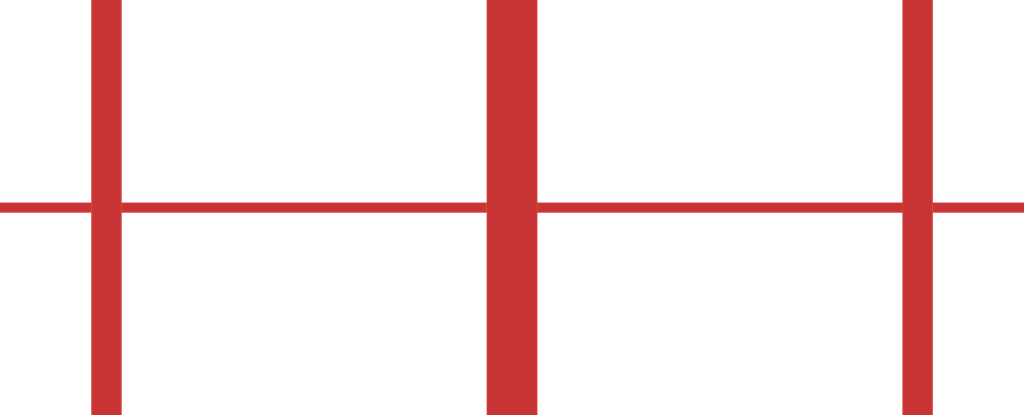
<source format=kicad_pcb>
# Generated by Qucs-RFlayout from : LowPassFilter_Tutorial_2.sch

(kicad_pcb (version 0) (host pcbnew 0.0.0)

  (general
    (thickness 1.6)
    (drawings 0)
    (tracks 0)
    (zones 0)
    (modules 0)
    (nets 1)
  )

  (page A4)
  (layers
    (0 F.Cu signal)
    (31 B.Cu signal)
    (32 B.Adhes user)
    (33 F.Adhes user)
    (34 B.Paste user)
    (35 F.Paste user)
    (36 B.SilkS user)
    (37 F.SilkS user)
    (38 B.Mask user)
    (39 F.Mask user)
    (40 Dwgs.User user)
    (41 Cmts.User user)
    (42 Eco1.User user)
    (43 Eco2.User user)
    (44 Edge.Cuts user)
    (45 Margin user)
    (46 B.CrtYd user)
    (47 F.CrtYd user)
    (48 B.Fab user)
    (49 F.Fab user)
  )

  (setup
    (last_trace_width 0.25)
    (trace_clearance 0.2)
    (zone_clearance 0.508)
    (zone_45_only no)
    (trace_min 0.2)
    (segment_width 0.2)
    (edge_width 0.15)
    (via_size 0.8)
    (via_drill 0.4)
    (via_min_size 0.4)
    (via_min_drill 0.3)
    (uvia_size 0.3)
    (uvia_drill 0.1)
    (uvias_allowed no)
    (uvia_min_size 0.2)
    (uvia_min_drill 0.1)
    (pcb_text_width 0.3)
    (pcb_text_size 1.5 1.5)
    (mod_edge_width 0.15)
    (mod_text_size 1 1)
    (mod_text_width 0.15)
    (pad_size 1.524 1.524)
    (pad_drill 0.762)
    (pad_to_mask_clearance 0.051)
    (solder_mask_min_width 0.25)
    (aux_axis_origin 0 0)
    (visible_elements FFFFFF7F)
    (pcbplotparams
      (layerselection 0x010fc_ffffffff)
      (usegerberextensions false)
      (usegerberattributes false)
      (usegerberadvancedattributes false)
      (creategerberjobfile false)
      (excludeedgelayer true)
      (linewidth 0.150000)
      (plotframeref false)
      (viasonmask false)
      (mode 1)
      (useauxorigin false)
      (hpglpennumber 1)
      (hpglpenspeed 20)
      (hpglpendiameter 15.000000)
      (psnegative false)
      (psa4output false)
      (plotreference true)
      (plotvalue true)
      (plotinvisibletext false)
      (padsonsilk false)
      (subtractmaskfromsilk false)
      (outputformat 1)
      (mirror false)
      (drillshape 1)
      (scaleselection 1)
      (outputdirectory ""))
  )

  (net 0 "")

  (net_class Default "This is the default net class."
    (clearance 0.2)
    (trace_width 0.25)
    (via_dia 0.8)
    (via_drill 0.4)
    (uvia_dia 0.3)
    (uvia_drill 0.1)
  )

  (module MLIN (layer F.Cu) (tedit 0) (tstamp 0)
    (at 18.35 26.25 0)
    (fp_text reference MS1 (at 0 0.5) (layer F.SilkS) hide
      (effects (font (size 0.25 0.25) (thickness 0.05)))
    )
    (fp_text value microstrip_line (at 0 -0.5) (layer F.Fab) hide
      (effects (font (size 0.25 0.25) (thickness 0.05)))
    )
    (fp_poly (pts
      (xy -2.25 0.25)
      (xy 2.25 0.25)
      (xy 2.25 -0.25)
      (xy -2.25 -0.25)
      ) (layer F.Cu) (width 0)
    )
  )

  (module MLIN (layer F.Cu) (tedit 0) (tstamp 0)
    (at 21.35 26.25 0)
    (fp_text reference MS2 (at 0 0.5) (layer F.SilkS) hide
      (effects (font (size 0.25 0.25) (thickness 0.05)))
    )
    (fp_text value microstrip_line (at 0 -0.5) (layer F.Fab) hide
      (effects (font (size 0.25 0.25) (thickness 0.05)))
    )
    (fp_poly (pts
      (xy -0.75 10.25)
      (xy 0.75 10.25)
      (xy 0.75 -10.25)
      (xy -0.75 -10.25)
      ) (layer F.Cu) (width 0)
    )
  )

  (module MLIN (layer F.Cu) (tedit 0) (tstamp 0)
    (at 31.1 26.25 0)
    (fp_text reference MS3 (at 0 0.5) (layer F.SilkS) hide
      (effects (font (size 0.25 0.25) (thickness 0.05)))
    )
    (fp_text value microstrip_line (at 0 -0.5) (layer F.Fab) hide
      (effects (font (size 0.25 0.25) (thickness 0.05)))
    )
    (fp_poly (pts
      (xy -9 0.25)
      (xy 9 0.25)
      (xy 9 -0.25)
      (xy -9 -0.25)
      ) (layer F.Cu) (width 0)
    )
  )

  (module MLIN (layer F.Cu) (tedit 0) (tstamp 0)
    (at 41.35 26.25 0)
    (fp_text reference MS4 (at 0 0.5) (layer F.SilkS) hide
      (effects (font (size 0.25 0.25) (thickness 0.05)))
    )
    (fp_text value microstrip_line (at 0 -0.5) (layer F.Fab) hide
      (effects (font (size 0.25 0.25) (thickness 0.05)))
    )
    (fp_poly (pts
      (xy -1.25 10.25)
      (xy 1.25 10.25)
      (xy 1.25 -10.25)
      (xy -1.25 -10.25)
      ) (layer F.Cu) (width 0)
    )
  )

  (module MLIN (layer F.Cu) (tedit 0) (tstamp 0)
    (at 51.6 26.25 0)
    (fp_text reference MS5 (at 0 0.5) (layer F.SilkS) hide
      (effects (font (size 0.25 0.25) (thickness 0.05)))
    )
    (fp_text value microstrip_line (at 0 -0.5) (layer F.Fab) hide
      (effects (font (size 0.25 0.25) (thickness 0.05)))
    )
    (fp_poly (pts
      (xy -9 0.25)
      (xy 9 0.25)
      (xy 9 -0.25)
      (xy -9 -0.25)
      ) (layer F.Cu) (width 0)
    )
  )

  (module MLIN (layer F.Cu) (tedit 0) (tstamp 0)
    (at 61.35 26.25 0)
    (fp_text reference MS6 (at 0 0.5) (layer F.SilkS) hide
      (effects (font (size 0.25 0.25) (thickness 0.05)))
    )
    (fp_text value microstrip_line (at 0 -0.5) (layer F.Fab) hide
      (effects (font (size 0.25 0.25) (thickness 0.05)))
    )
    (fp_poly (pts
      (xy -0.75 10.25)
      (xy 0.75 10.25)
      (xy 0.75 -10.25)
      (xy -0.75 -10.25)
      ) (layer F.Cu) (width 0)
    )
  )

  (module MLIN (layer F.Cu) (tedit 0) (tstamp 0)
    (at 64.35 26.25 0)
    (fp_text reference MS7 (at 0 0.5) (layer F.SilkS) hide
      (effects (font (size 0.25 0.25) (thickness 0.05)))
    )
    (fp_text value microstrip_line (at 0 -0.5) (layer F.Fab) hide
      (effects (font (size 0.25 0.25) (thickness 0.05)))
    )
    (fp_poly (pts
      (xy -2.25 0.25)
      (xy 2.25 0.25)
      (xy 2.25 -0.25)
      (xy -2.25 -0.25)
      ) (layer F.Cu) (width 0)
    )
  )

)

</source>
